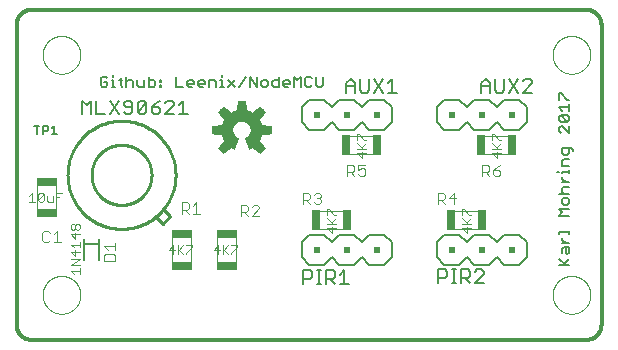
<source format=gto>
G75*
%MOIN*%
%OFA0B0*%
%FSLAX25Y25*%
%IPPOS*%
%LPD*%
%AMOC8*
5,1,8,0,0,1.08239X$1,22.5*
%
%ADD10C,0.00500*%
%ADD11C,0.00800*%
%ADD12C,0.01200*%
%ADD13C,0.00600*%
%ADD14C,0.00300*%
%ADD15R,0.02000X0.02000*%
%ADD16C,0.00400*%
%ADD17R,0.06693X0.02953*%
%ADD18R,0.02953X0.06693*%
%ADD19C,0.00000*%
%ADD20C,0.01000*%
D10*
X0123050Y0036365D02*
X0123050Y0040869D01*
X0125302Y0040869D01*
X0126053Y0040118D01*
X0126053Y0038617D01*
X0125302Y0037866D01*
X0123050Y0037866D01*
X0127654Y0036365D02*
X0129155Y0036365D01*
X0128405Y0036365D02*
X0128405Y0040869D01*
X0129155Y0040869D02*
X0127654Y0040869D01*
X0130723Y0040869D02*
X0132975Y0040869D01*
X0133726Y0040118D01*
X0133726Y0038617D01*
X0132975Y0037866D01*
X0130723Y0037866D01*
X0132224Y0037866D02*
X0133726Y0036365D01*
X0135327Y0036365D02*
X0138330Y0036365D01*
X0136828Y0036365D02*
X0136828Y0040869D01*
X0135327Y0039368D01*
X0130723Y0040869D02*
X0130723Y0036365D01*
X0168050Y0036550D02*
X0168050Y0041054D01*
X0170302Y0041054D01*
X0171053Y0040303D01*
X0171053Y0038802D01*
X0170302Y0038051D01*
X0168050Y0038051D01*
X0172654Y0036550D02*
X0174155Y0036550D01*
X0173405Y0036550D02*
X0173405Y0041054D01*
X0174155Y0041054D02*
X0172654Y0041054D01*
X0175723Y0041054D02*
X0177975Y0041054D01*
X0178726Y0040303D01*
X0178726Y0038802D01*
X0177975Y0038051D01*
X0175723Y0038051D01*
X0175723Y0036550D02*
X0175723Y0041054D01*
X0177224Y0038051D02*
X0178726Y0036550D01*
X0180327Y0036550D02*
X0183330Y0039553D01*
X0183330Y0040303D01*
X0182579Y0041054D01*
X0181078Y0041054D01*
X0180327Y0040303D01*
X0180327Y0036550D02*
X0183330Y0036550D01*
X0182550Y0100050D02*
X0182550Y0103053D01*
X0184051Y0104554D01*
X0185553Y0103053D01*
X0185553Y0100050D01*
X0187154Y0100801D02*
X0187905Y0100050D01*
X0189406Y0100050D01*
X0190156Y0100801D01*
X0190156Y0104554D01*
X0191758Y0104554D02*
X0194760Y0100050D01*
X0196362Y0100050D02*
X0199364Y0103053D01*
X0199364Y0103803D01*
X0198614Y0104554D01*
X0197112Y0104554D01*
X0196362Y0103803D01*
X0194760Y0104554D02*
X0191758Y0100050D01*
X0196362Y0100050D02*
X0199364Y0100050D01*
X0187154Y0100801D02*
X0187154Y0104554D01*
X0185553Y0102302D02*
X0182550Y0102302D01*
X0154364Y0100050D02*
X0151362Y0100050D01*
X0152863Y0100050D02*
X0152863Y0104554D01*
X0151362Y0103053D01*
X0149760Y0104554D02*
X0146758Y0100050D01*
X0145156Y0100801D02*
X0145156Y0104554D01*
X0146758Y0104554D02*
X0149760Y0100050D01*
X0145156Y0100801D02*
X0144406Y0100050D01*
X0142905Y0100050D01*
X0142154Y0100801D01*
X0142154Y0104554D01*
X0140553Y0103053D02*
X0140553Y0100050D01*
X0140553Y0102302D02*
X0137550Y0102302D01*
X0137550Y0103053D02*
X0137550Y0100050D01*
X0137550Y0103053D02*
X0139051Y0104554D01*
X0140553Y0103053D01*
X0041125Y0086250D02*
X0039323Y0086250D01*
X0040224Y0086250D02*
X0040224Y0088952D01*
X0039323Y0088052D01*
X0038178Y0088502D02*
X0038178Y0087601D01*
X0037728Y0087151D01*
X0036377Y0087151D01*
X0036377Y0086250D02*
X0036377Y0088952D01*
X0037728Y0088952D01*
X0038178Y0088502D01*
X0035232Y0088952D02*
X0033430Y0088952D01*
X0034331Y0088952D02*
X0034331Y0086250D01*
D11*
X0049584Y0093000D02*
X0049584Y0097204D01*
X0050985Y0095802D01*
X0052387Y0097204D01*
X0052387Y0093000D01*
X0054188Y0093000D02*
X0056991Y0093000D01*
X0058792Y0093000D02*
X0061595Y0097204D01*
X0063396Y0096503D02*
X0063396Y0095802D01*
X0064097Y0095102D01*
X0066198Y0095102D01*
X0066198Y0093701D02*
X0066198Y0096503D01*
X0065498Y0097204D01*
X0064097Y0097204D01*
X0063396Y0096503D01*
X0063396Y0093701D02*
X0064097Y0093000D01*
X0065498Y0093000D01*
X0066198Y0093701D01*
X0068000Y0093701D02*
X0070802Y0096503D01*
X0070802Y0093701D01*
X0070102Y0093000D01*
X0068701Y0093000D01*
X0068000Y0093701D01*
X0068000Y0096503D01*
X0068701Y0097204D01*
X0070102Y0097204D01*
X0070802Y0096503D01*
X0072604Y0095102D02*
X0074706Y0095102D01*
X0075406Y0094401D01*
X0075406Y0093701D01*
X0074706Y0093000D01*
X0073304Y0093000D01*
X0072604Y0093701D01*
X0072604Y0095102D01*
X0074005Y0096503D01*
X0075406Y0097204D01*
X0077208Y0096503D02*
X0077908Y0097204D01*
X0079310Y0097204D01*
X0080010Y0096503D01*
X0080010Y0095802D01*
X0077208Y0093000D01*
X0080010Y0093000D01*
X0081812Y0093000D02*
X0084614Y0093000D01*
X0083213Y0093000D02*
X0083213Y0097204D01*
X0081812Y0095802D01*
X0061595Y0093000D02*
X0058792Y0097204D01*
X0054188Y0097204D02*
X0054188Y0093000D01*
X0122600Y0095100D02*
X0122600Y0090100D01*
X0125100Y0087600D01*
X0130100Y0087600D01*
X0132600Y0090100D01*
X0135100Y0087600D01*
X0140100Y0087600D01*
X0142600Y0090100D01*
X0145100Y0087600D01*
X0150100Y0087600D01*
X0152600Y0090100D01*
X0152600Y0095100D01*
X0150100Y0097600D01*
X0145100Y0097600D01*
X0142600Y0095100D01*
X0140100Y0097600D01*
X0135100Y0097600D01*
X0132600Y0095100D01*
X0130100Y0097600D01*
X0125100Y0097600D01*
X0122600Y0095100D01*
X0167600Y0095100D02*
X0167600Y0090100D01*
X0170100Y0087600D01*
X0175100Y0087600D01*
X0177600Y0090100D01*
X0180100Y0087600D01*
X0185100Y0087600D01*
X0187600Y0090100D01*
X0190100Y0087600D01*
X0195100Y0087600D01*
X0197600Y0090100D01*
X0197600Y0095100D01*
X0195100Y0097600D01*
X0190100Y0097600D01*
X0187600Y0095100D01*
X0185100Y0097600D01*
X0180100Y0097600D01*
X0177600Y0095100D01*
X0175100Y0097600D01*
X0170100Y0097600D01*
X0167600Y0095100D01*
X0170100Y0052600D02*
X0167600Y0050100D01*
X0167600Y0045100D01*
X0170100Y0042600D01*
X0175100Y0042600D01*
X0177600Y0045100D01*
X0180100Y0042600D01*
X0185100Y0042600D01*
X0187600Y0045100D01*
X0190100Y0042600D01*
X0195100Y0042600D01*
X0197600Y0045100D01*
X0197600Y0050100D01*
X0195100Y0052600D01*
X0190100Y0052600D01*
X0187600Y0050100D01*
X0185100Y0052600D01*
X0180100Y0052600D01*
X0177600Y0050100D01*
X0175100Y0052600D01*
X0170100Y0052600D01*
X0152600Y0050100D02*
X0152600Y0045100D01*
X0150100Y0042600D01*
X0145100Y0042600D01*
X0142600Y0045100D01*
X0140100Y0042600D01*
X0135100Y0042600D01*
X0132600Y0045100D01*
X0130100Y0042600D01*
X0125100Y0042600D01*
X0122600Y0045100D01*
X0122600Y0050100D01*
X0125100Y0052600D01*
X0130100Y0052600D01*
X0132600Y0050100D01*
X0135100Y0052600D01*
X0140100Y0052600D01*
X0142600Y0050100D01*
X0145100Y0052600D01*
X0150100Y0052600D01*
X0152600Y0050100D01*
X0055159Y0049569D02*
X0055159Y0044057D01*
X0050041Y0044057D02*
X0050041Y0049569D01*
X0055159Y0049569D01*
X0055159Y0051143D01*
X0050041Y0051143D02*
X0050041Y0049569D01*
D12*
X0032600Y0017600D02*
X0217600Y0017600D01*
X0217740Y0017602D01*
X0217880Y0017608D01*
X0218020Y0017618D01*
X0218160Y0017631D01*
X0218299Y0017649D01*
X0218438Y0017671D01*
X0218575Y0017696D01*
X0218713Y0017725D01*
X0218849Y0017758D01*
X0218984Y0017795D01*
X0219118Y0017836D01*
X0219251Y0017881D01*
X0219383Y0017929D01*
X0219513Y0017981D01*
X0219642Y0018036D01*
X0219769Y0018095D01*
X0219895Y0018158D01*
X0220019Y0018224D01*
X0220140Y0018293D01*
X0220260Y0018366D01*
X0220378Y0018443D01*
X0220493Y0018522D01*
X0220607Y0018605D01*
X0220717Y0018691D01*
X0220826Y0018780D01*
X0220932Y0018872D01*
X0221035Y0018967D01*
X0221136Y0019064D01*
X0221233Y0019165D01*
X0221328Y0019268D01*
X0221420Y0019374D01*
X0221509Y0019483D01*
X0221595Y0019593D01*
X0221678Y0019707D01*
X0221757Y0019822D01*
X0221834Y0019940D01*
X0221907Y0020060D01*
X0221976Y0020181D01*
X0222042Y0020305D01*
X0222105Y0020431D01*
X0222164Y0020558D01*
X0222219Y0020687D01*
X0222271Y0020817D01*
X0222319Y0020949D01*
X0222364Y0021082D01*
X0222405Y0021216D01*
X0222442Y0021351D01*
X0222475Y0021487D01*
X0222504Y0021625D01*
X0222529Y0021762D01*
X0222551Y0021901D01*
X0222569Y0022040D01*
X0222582Y0022180D01*
X0222592Y0022320D01*
X0222598Y0022460D01*
X0222600Y0022600D01*
X0222600Y0122600D01*
X0222598Y0122740D01*
X0222592Y0122880D01*
X0222582Y0123020D01*
X0222569Y0123160D01*
X0222551Y0123299D01*
X0222529Y0123438D01*
X0222504Y0123575D01*
X0222475Y0123713D01*
X0222442Y0123849D01*
X0222405Y0123984D01*
X0222364Y0124118D01*
X0222319Y0124251D01*
X0222271Y0124383D01*
X0222219Y0124513D01*
X0222164Y0124642D01*
X0222105Y0124769D01*
X0222042Y0124895D01*
X0221976Y0125019D01*
X0221907Y0125140D01*
X0221834Y0125260D01*
X0221757Y0125378D01*
X0221678Y0125493D01*
X0221595Y0125607D01*
X0221509Y0125717D01*
X0221420Y0125826D01*
X0221328Y0125932D01*
X0221233Y0126035D01*
X0221136Y0126136D01*
X0221035Y0126233D01*
X0220932Y0126328D01*
X0220826Y0126420D01*
X0220717Y0126509D01*
X0220607Y0126595D01*
X0220493Y0126678D01*
X0220378Y0126757D01*
X0220260Y0126834D01*
X0220140Y0126907D01*
X0220019Y0126976D01*
X0219895Y0127042D01*
X0219769Y0127105D01*
X0219642Y0127164D01*
X0219513Y0127219D01*
X0219383Y0127271D01*
X0219251Y0127319D01*
X0219118Y0127364D01*
X0218984Y0127405D01*
X0218849Y0127442D01*
X0218713Y0127475D01*
X0218575Y0127504D01*
X0218438Y0127529D01*
X0218299Y0127551D01*
X0218160Y0127569D01*
X0218020Y0127582D01*
X0217880Y0127592D01*
X0217740Y0127598D01*
X0217600Y0127600D01*
X0032600Y0127600D01*
X0032460Y0127598D01*
X0032320Y0127592D01*
X0032180Y0127582D01*
X0032040Y0127569D01*
X0031901Y0127551D01*
X0031762Y0127529D01*
X0031625Y0127504D01*
X0031487Y0127475D01*
X0031351Y0127442D01*
X0031216Y0127405D01*
X0031082Y0127364D01*
X0030949Y0127319D01*
X0030817Y0127271D01*
X0030687Y0127219D01*
X0030558Y0127164D01*
X0030431Y0127105D01*
X0030305Y0127042D01*
X0030181Y0126976D01*
X0030060Y0126907D01*
X0029940Y0126834D01*
X0029822Y0126757D01*
X0029707Y0126678D01*
X0029593Y0126595D01*
X0029483Y0126509D01*
X0029374Y0126420D01*
X0029268Y0126328D01*
X0029165Y0126233D01*
X0029064Y0126136D01*
X0028967Y0126035D01*
X0028872Y0125932D01*
X0028780Y0125826D01*
X0028691Y0125717D01*
X0028605Y0125607D01*
X0028522Y0125493D01*
X0028443Y0125378D01*
X0028366Y0125260D01*
X0028293Y0125140D01*
X0028224Y0125019D01*
X0028158Y0124895D01*
X0028095Y0124769D01*
X0028036Y0124642D01*
X0027981Y0124513D01*
X0027929Y0124383D01*
X0027881Y0124251D01*
X0027836Y0124118D01*
X0027795Y0123984D01*
X0027758Y0123849D01*
X0027725Y0123713D01*
X0027696Y0123575D01*
X0027671Y0123438D01*
X0027649Y0123299D01*
X0027631Y0123160D01*
X0027618Y0123020D01*
X0027608Y0122880D01*
X0027602Y0122740D01*
X0027600Y0122600D01*
X0027600Y0022600D01*
X0027602Y0022460D01*
X0027608Y0022320D01*
X0027618Y0022180D01*
X0027631Y0022040D01*
X0027649Y0021901D01*
X0027671Y0021762D01*
X0027696Y0021625D01*
X0027725Y0021487D01*
X0027758Y0021351D01*
X0027795Y0021216D01*
X0027836Y0021082D01*
X0027881Y0020949D01*
X0027929Y0020817D01*
X0027981Y0020687D01*
X0028036Y0020558D01*
X0028095Y0020431D01*
X0028158Y0020305D01*
X0028224Y0020181D01*
X0028293Y0020060D01*
X0028366Y0019940D01*
X0028443Y0019822D01*
X0028522Y0019707D01*
X0028605Y0019593D01*
X0028691Y0019483D01*
X0028780Y0019374D01*
X0028872Y0019268D01*
X0028967Y0019165D01*
X0029064Y0019064D01*
X0029165Y0018967D01*
X0029268Y0018872D01*
X0029374Y0018780D01*
X0029483Y0018691D01*
X0029593Y0018605D01*
X0029707Y0018522D01*
X0029822Y0018443D01*
X0029940Y0018366D01*
X0030060Y0018293D01*
X0030181Y0018224D01*
X0030305Y0018158D01*
X0030431Y0018095D01*
X0030558Y0018036D01*
X0030687Y0017981D01*
X0030817Y0017929D01*
X0030949Y0017881D01*
X0031082Y0017836D01*
X0031216Y0017795D01*
X0031351Y0017758D01*
X0031487Y0017725D01*
X0031625Y0017696D01*
X0031762Y0017671D01*
X0031901Y0017649D01*
X0032040Y0017631D01*
X0032180Y0017618D01*
X0032320Y0017608D01*
X0032460Y0017602D01*
X0032600Y0017600D01*
D13*
X0056215Y0101900D02*
X0057349Y0101900D01*
X0057916Y0102467D01*
X0057916Y0103601D01*
X0056782Y0103601D01*
X0055648Y0102467D02*
X0056215Y0101900D01*
X0055648Y0102467D02*
X0055648Y0104736D01*
X0056215Y0105303D01*
X0057349Y0105303D01*
X0057916Y0104736D01*
X0059331Y0104169D02*
X0059898Y0104169D01*
X0059898Y0101900D01*
X0059331Y0101900D02*
X0060465Y0101900D01*
X0062353Y0102467D02*
X0062921Y0101900D01*
X0062353Y0102467D02*
X0062353Y0104736D01*
X0061786Y0104169D02*
X0062921Y0104169D01*
X0064242Y0103601D02*
X0064809Y0104169D01*
X0065943Y0104169D01*
X0066510Y0103601D01*
X0066510Y0101900D01*
X0067925Y0102467D02*
X0068492Y0101900D01*
X0070193Y0101900D01*
X0070193Y0104169D01*
X0071608Y0104169D02*
X0073309Y0104169D01*
X0073877Y0103601D01*
X0073877Y0102467D01*
X0073309Y0101900D01*
X0071608Y0101900D01*
X0071608Y0105303D01*
X0075291Y0104169D02*
X0075291Y0103601D01*
X0075858Y0103601D01*
X0075858Y0104169D01*
X0075291Y0104169D01*
X0075291Y0102467D02*
X0075291Y0101900D01*
X0075858Y0101900D01*
X0075858Y0102467D01*
X0075291Y0102467D01*
X0080816Y0101900D02*
X0080816Y0105303D01*
X0084499Y0103601D02*
X0085066Y0104169D01*
X0086200Y0104169D01*
X0086768Y0103601D01*
X0086768Y0103034D01*
X0084499Y0103034D01*
X0084499Y0102467D02*
X0084499Y0103601D01*
X0084499Y0102467D02*
X0085066Y0101900D01*
X0086200Y0101900D01*
X0088182Y0102467D02*
X0088182Y0103601D01*
X0088749Y0104169D01*
X0089884Y0104169D01*
X0090451Y0103601D01*
X0090451Y0103034D01*
X0088182Y0103034D01*
X0088182Y0102467D02*
X0088749Y0101900D01*
X0089884Y0101900D01*
X0091865Y0101900D02*
X0091865Y0104169D01*
X0093567Y0104169D01*
X0094134Y0103601D01*
X0094134Y0101900D01*
X0095548Y0101900D02*
X0096683Y0101900D01*
X0096116Y0101900D02*
X0096116Y0104169D01*
X0095548Y0104169D01*
X0096116Y0105303D02*
X0096116Y0105870D01*
X0098004Y0104169D02*
X0100272Y0101900D01*
X0101687Y0101900D02*
X0103956Y0105303D01*
X0105370Y0105303D02*
X0107639Y0101900D01*
X0107639Y0105303D01*
X0109053Y0103601D02*
X0109620Y0104169D01*
X0110755Y0104169D01*
X0111322Y0103601D01*
X0111322Y0102467D01*
X0110755Y0101900D01*
X0109620Y0101900D01*
X0109053Y0102467D01*
X0109053Y0103601D01*
X0112736Y0103601D02*
X0113304Y0104169D01*
X0115005Y0104169D01*
X0115005Y0105303D02*
X0115005Y0101900D01*
X0113304Y0101900D01*
X0112736Y0102467D01*
X0112736Y0103601D01*
X0116420Y0103601D02*
X0116987Y0104169D01*
X0118121Y0104169D01*
X0118688Y0103601D01*
X0118688Y0103034D01*
X0116420Y0103034D01*
X0116420Y0102467D02*
X0116420Y0103601D01*
X0116420Y0102467D02*
X0116987Y0101900D01*
X0118121Y0101900D01*
X0120103Y0101900D02*
X0120103Y0105303D01*
X0121237Y0104169D01*
X0122371Y0105303D01*
X0122371Y0101900D01*
X0123786Y0102467D02*
X0124353Y0101900D01*
X0125487Y0101900D01*
X0126055Y0102467D01*
X0127469Y0102467D02*
X0128036Y0101900D01*
X0129170Y0101900D01*
X0129738Y0102467D01*
X0129738Y0105303D01*
X0127469Y0105303D02*
X0127469Y0102467D01*
X0126055Y0104736D02*
X0125487Y0105303D01*
X0124353Y0105303D01*
X0123786Y0104736D01*
X0123786Y0102467D01*
X0105370Y0101900D02*
X0105370Y0105303D01*
X0100272Y0104169D02*
X0098004Y0101900D01*
X0083084Y0101900D02*
X0080816Y0101900D01*
X0067925Y0102467D02*
X0067925Y0104169D01*
X0064242Y0105303D02*
X0064242Y0101900D01*
X0059898Y0105303D02*
X0059898Y0105870D01*
X0208397Y0099951D02*
X0208397Y0097682D01*
X0208397Y0099951D02*
X0208964Y0099951D01*
X0211233Y0097682D01*
X0211800Y0097682D01*
X0211800Y0096267D02*
X0211800Y0093999D01*
X0211800Y0095133D02*
X0208397Y0095133D01*
X0209531Y0093999D01*
X0208964Y0092584D02*
X0211233Y0090316D01*
X0211800Y0090883D01*
X0211800Y0092017D01*
X0211233Y0092584D01*
X0208964Y0092584D01*
X0208397Y0092017D01*
X0208397Y0090883D01*
X0208964Y0090316D01*
X0211233Y0090316D01*
X0211800Y0088901D02*
X0211800Y0086633D01*
X0209531Y0088901D01*
X0208964Y0088901D01*
X0208397Y0088334D01*
X0208397Y0087200D01*
X0208964Y0086633D01*
X0209531Y0081535D02*
X0209531Y0079833D01*
X0210099Y0079266D01*
X0211233Y0079266D01*
X0211800Y0079833D01*
X0211800Y0081535D01*
X0212367Y0081535D02*
X0209531Y0081535D01*
X0212367Y0081535D02*
X0212934Y0080968D01*
X0212934Y0080401D01*
X0211800Y0077852D02*
X0210099Y0077852D01*
X0209531Y0077285D01*
X0209531Y0075583D01*
X0211800Y0075583D01*
X0211800Y0074262D02*
X0211800Y0073128D01*
X0211800Y0073695D02*
X0209531Y0073695D01*
X0209531Y0073128D01*
X0208397Y0073695D02*
X0207830Y0073695D01*
X0209531Y0071760D02*
X0209531Y0071193D01*
X0210666Y0070058D01*
X0211800Y0070058D02*
X0209531Y0070058D01*
X0210099Y0068644D02*
X0211800Y0068644D01*
X0210099Y0068644D02*
X0209531Y0068077D01*
X0209531Y0066942D01*
X0210099Y0066375D01*
X0210099Y0064961D02*
X0209531Y0064394D01*
X0209531Y0063259D01*
X0210099Y0062692D01*
X0211233Y0062692D01*
X0211800Y0063259D01*
X0211800Y0064394D01*
X0211233Y0064961D01*
X0210099Y0064961D01*
X0211800Y0066375D02*
X0208397Y0066375D01*
X0208397Y0061278D02*
X0211800Y0061278D01*
X0211800Y0059009D02*
X0208397Y0059009D01*
X0209531Y0060143D01*
X0208397Y0061278D01*
X0208397Y0053438D02*
X0211800Y0053438D01*
X0211800Y0054005D02*
X0211800Y0052870D01*
X0209531Y0051503D02*
X0209531Y0050935D01*
X0210666Y0049801D01*
X0211800Y0049801D02*
X0209531Y0049801D01*
X0210099Y0048387D02*
X0211800Y0048387D01*
X0211800Y0046685D01*
X0211233Y0046118D01*
X0210666Y0046685D01*
X0210666Y0048387D01*
X0210099Y0048387D02*
X0209531Y0047819D01*
X0209531Y0046685D01*
X0208397Y0044703D02*
X0210666Y0042435D01*
X0210099Y0043002D02*
X0211800Y0044703D01*
X0211800Y0042435D02*
X0208397Y0042435D01*
X0208397Y0052870D02*
X0208397Y0053438D01*
D14*
X0179050Y0054781D02*
X0176148Y0054781D01*
X0177599Y0053330D01*
X0177599Y0055265D01*
X0178083Y0056277D02*
X0176148Y0058212D01*
X0176148Y0059223D02*
X0176148Y0061158D01*
X0176631Y0061158D01*
X0178566Y0059223D01*
X0179050Y0059223D01*
X0179050Y0058212D02*
X0177599Y0056760D01*
X0176148Y0056277D02*
X0179050Y0056277D01*
X0173533Y0062876D02*
X0173533Y0066579D01*
X0171681Y0064728D01*
X0174150Y0064728D01*
X0170467Y0064728D02*
X0169850Y0064110D01*
X0167998Y0064110D01*
X0167998Y0062876D02*
X0167998Y0066579D01*
X0169850Y0066579D01*
X0170467Y0065962D01*
X0170467Y0064728D01*
X0169232Y0064110D02*
X0170467Y0062876D01*
X0182750Y0072250D02*
X0182750Y0075953D01*
X0184602Y0075953D01*
X0185219Y0075336D01*
X0185219Y0074102D01*
X0184602Y0073484D01*
X0182750Y0073484D01*
X0183984Y0073484D02*
X0185219Y0072250D01*
X0186433Y0072867D02*
X0186433Y0074102D01*
X0188285Y0074102D01*
X0188902Y0073484D01*
X0188902Y0072867D01*
X0188285Y0072250D01*
X0187050Y0072250D01*
X0186433Y0072867D01*
X0186433Y0074102D02*
X0187668Y0075336D01*
X0188902Y0075953D01*
X0187599Y0078330D02*
X0187599Y0080265D01*
X0188083Y0081277D02*
X0186148Y0083212D01*
X0186148Y0084223D02*
X0186148Y0086158D01*
X0186631Y0086158D01*
X0188566Y0084223D01*
X0189050Y0084223D01*
X0189050Y0083212D02*
X0187599Y0081760D01*
X0186148Y0081277D02*
X0189050Y0081277D01*
X0189050Y0079781D02*
X0186148Y0079781D01*
X0187599Y0078330D01*
X0144050Y0079781D02*
X0141148Y0079781D01*
X0142599Y0078330D01*
X0142599Y0080265D01*
X0143083Y0081277D02*
X0141148Y0083212D01*
X0141148Y0084223D02*
X0141148Y0086158D01*
X0141631Y0086158D01*
X0143566Y0084223D01*
X0144050Y0084223D01*
X0144050Y0083212D02*
X0142599Y0081760D01*
X0141148Y0081277D02*
X0144050Y0081277D01*
X0143902Y0075953D02*
X0141433Y0075953D01*
X0141433Y0074102D01*
X0142668Y0074719D01*
X0143285Y0074719D01*
X0143902Y0074102D01*
X0143902Y0072867D01*
X0143285Y0072250D01*
X0142050Y0072250D01*
X0141433Y0072867D01*
X0140219Y0072250D02*
X0138984Y0073484D01*
X0139602Y0073484D02*
X0137750Y0073484D01*
X0137750Y0072250D02*
X0137750Y0075953D01*
X0139602Y0075953D01*
X0140219Y0075336D01*
X0140219Y0074102D01*
X0139602Y0073484D01*
X0129150Y0065962D02*
X0129150Y0065345D01*
X0128533Y0064728D01*
X0129150Y0064110D01*
X0129150Y0063493D01*
X0128533Y0062876D01*
X0127298Y0062876D01*
X0126681Y0063493D01*
X0125467Y0062876D02*
X0124232Y0064110D01*
X0124850Y0064110D02*
X0122998Y0064110D01*
X0122998Y0062876D02*
X0122998Y0066579D01*
X0124850Y0066579D01*
X0125467Y0065962D01*
X0125467Y0064728D01*
X0124850Y0064110D01*
X0126681Y0065962D02*
X0127298Y0066579D01*
X0128533Y0066579D01*
X0129150Y0065962D01*
X0128533Y0064728D02*
X0127916Y0064728D01*
X0131148Y0061158D02*
X0131631Y0061158D01*
X0133566Y0059223D01*
X0134050Y0059223D01*
X0134050Y0058212D02*
X0132599Y0056760D01*
X0133083Y0056277D02*
X0131148Y0058212D01*
X0131148Y0059223D02*
X0131148Y0061158D01*
X0131148Y0056277D02*
X0134050Y0056277D01*
X0134050Y0054781D02*
X0131148Y0054781D01*
X0132599Y0053330D01*
X0132599Y0055265D01*
X0108508Y0058943D02*
X0106039Y0058943D01*
X0108508Y0061412D01*
X0108508Y0062029D01*
X0107891Y0062646D01*
X0106657Y0062646D01*
X0106039Y0062029D01*
X0104825Y0062029D02*
X0104825Y0060794D01*
X0104208Y0060177D01*
X0102356Y0060177D01*
X0102356Y0058943D02*
X0102356Y0062646D01*
X0104208Y0062646D01*
X0104825Y0062029D01*
X0103591Y0060177D02*
X0104825Y0058943D01*
X0088823Y0059691D02*
X0086354Y0059691D01*
X0085140Y0059691D02*
X0083906Y0060925D01*
X0084523Y0060925D02*
X0082671Y0060925D01*
X0082671Y0059691D02*
X0082671Y0063394D01*
X0084523Y0063394D01*
X0085140Y0062777D01*
X0085140Y0061543D01*
X0084523Y0060925D01*
X0086354Y0062160D02*
X0087589Y0063394D01*
X0087589Y0059691D01*
X0086158Y0049052D02*
X0084223Y0049052D01*
X0083212Y0049052D02*
X0081277Y0047117D01*
X0081760Y0047601D02*
X0083212Y0046150D01*
X0084223Y0046150D02*
X0084223Y0046634D01*
X0086158Y0048569D01*
X0086158Y0049052D01*
X0081277Y0049052D02*
X0081277Y0046150D01*
X0079781Y0046150D02*
X0079781Y0049052D01*
X0078330Y0047601D01*
X0080265Y0047601D01*
X0093330Y0047601D02*
X0095265Y0047601D01*
X0096277Y0047117D02*
X0098212Y0049052D01*
X0099223Y0049052D02*
X0101158Y0049052D01*
X0101158Y0048569D01*
X0099223Y0046634D01*
X0099223Y0046150D01*
X0098212Y0046150D02*
X0096760Y0047601D01*
X0096277Y0049052D02*
X0096277Y0046150D01*
X0094781Y0046150D02*
X0094781Y0049052D01*
X0093330Y0047601D01*
X0060450Y0047567D02*
X0060450Y0050036D01*
X0060450Y0048801D02*
X0056747Y0048801D01*
X0057981Y0047567D01*
X0057364Y0046352D02*
X0056747Y0045735D01*
X0056747Y0043884D01*
X0060450Y0043884D01*
X0060450Y0045735D01*
X0059833Y0046352D01*
X0057364Y0046352D01*
X0048650Y0046915D02*
X0045748Y0046915D01*
X0047199Y0045464D01*
X0047199Y0047399D01*
X0046715Y0048410D02*
X0045748Y0049378D01*
X0048650Y0049378D01*
X0048650Y0050345D02*
X0048650Y0048410D01*
X0047199Y0051357D02*
X0047199Y0053292D01*
X0047683Y0054303D02*
X0047199Y0054787D01*
X0047199Y0055755D01*
X0047683Y0056238D01*
X0048166Y0056238D01*
X0048650Y0055755D01*
X0048650Y0054787D01*
X0048166Y0054303D01*
X0047683Y0054303D01*
X0047199Y0054787D02*
X0046715Y0054303D01*
X0046231Y0054303D01*
X0045748Y0054787D01*
X0045748Y0055755D01*
X0046231Y0056238D01*
X0046715Y0056238D01*
X0047199Y0055755D01*
X0048650Y0052808D02*
X0045748Y0052808D01*
X0047199Y0051357D01*
X0042402Y0050250D02*
X0039933Y0050250D01*
X0041168Y0050250D02*
X0041168Y0053953D01*
X0039933Y0052719D01*
X0038719Y0053336D02*
X0038102Y0053953D01*
X0036867Y0053953D01*
X0036250Y0053336D01*
X0036250Y0050867D01*
X0036867Y0050250D01*
X0038102Y0050250D01*
X0038719Y0050867D01*
X0045748Y0044452D02*
X0048650Y0044452D01*
X0045748Y0042517D01*
X0048650Y0042517D01*
X0048650Y0041506D02*
X0048650Y0039571D01*
X0048650Y0040538D02*
X0045748Y0040538D01*
X0046715Y0039571D01*
X0040697Y0063650D02*
X0040697Y0066552D01*
X0042631Y0066552D01*
X0041664Y0065101D02*
X0040697Y0065101D01*
X0039685Y0065585D02*
X0039685Y0063650D01*
X0038234Y0063650D01*
X0037750Y0064134D01*
X0037750Y0065585D01*
X0036738Y0066069D02*
X0034803Y0064134D01*
X0035287Y0063650D01*
X0036255Y0063650D01*
X0036738Y0064134D01*
X0036738Y0066069D01*
X0036255Y0066552D01*
X0035287Y0066552D01*
X0034803Y0066069D01*
X0034803Y0064134D01*
X0033792Y0063650D02*
X0031857Y0063650D01*
X0032824Y0063650D02*
X0032824Y0066552D01*
X0031857Y0065585D01*
X0092831Y0086400D02*
X0096007Y0086078D01*
X0096348Y0085011D01*
X0096861Y0084014D01*
X0094844Y0081540D01*
X0096540Y0079844D01*
X0099014Y0081861D01*
X0100010Y0081348D01*
X0101423Y0084758D01*
X0100891Y0085042D01*
X0100425Y0085425D01*
X0100042Y0085891D01*
X0099758Y0086423D01*
X0099583Y0087000D01*
X0099524Y0087600D01*
X0099589Y0088228D01*
X0099781Y0088830D01*
X0100091Y0089380D01*
X0100508Y0089855D01*
X0101012Y0090235D01*
X0101584Y0090503D01*
X0102198Y0090650D01*
X0102830Y0090667D01*
X0103451Y0090556D01*
X0104037Y0090320D01*
X0104562Y0089969D01*
X0105005Y0089518D01*
X0105346Y0088986D01*
X0105571Y0088396D01*
X0105671Y0087773D01*
X0105642Y0087142D01*
X0105484Y0086530D01*
X0105204Y0085964D01*
X0104815Y0085466D01*
X0104333Y0085059D01*
X0103777Y0084758D01*
X0105190Y0081348D01*
X0106186Y0081861D01*
X0108660Y0079844D01*
X0110356Y0081540D01*
X0108339Y0084014D01*
X0108852Y0085011D01*
X0109193Y0086078D01*
X0112369Y0086400D01*
X0112369Y0088800D01*
X0109193Y0089122D01*
X0108852Y0090189D01*
X0108339Y0091186D01*
X0110356Y0093660D01*
X0108660Y0095356D01*
X0106186Y0093339D01*
X0105189Y0093852D01*
X0104122Y0094193D01*
X0103800Y0097369D01*
X0101400Y0097369D01*
X0101078Y0094193D01*
X0100011Y0093852D01*
X0099014Y0093339D01*
X0096540Y0095356D01*
X0094844Y0093660D01*
X0096861Y0091186D01*
X0096348Y0090189D01*
X0096007Y0089122D01*
X0092831Y0088800D01*
X0092831Y0086400D01*
X0092831Y0086631D02*
X0099695Y0086631D01*
X0099605Y0086929D02*
X0092831Y0086929D01*
X0092831Y0087228D02*
X0099561Y0087228D01*
X0099531Y0087526D02*
X0092831Y0087526D01*
X0092831Y0087825D02*
X0099547Y0087825D01*
X0099578Y0088123D02*
X0092831Y0088123D01*
X0092831Y0088422D02*
X0099651Y0088422D01*
X0099746Y0088720D02*
X0092831Y0088720D01*
X0094991Y0089019D02*
X0099887Y0089019D01*
X0100056Y0089317D02*
X0096069Y0089317D01*
X0096165Y0089616D02*
X0100298Y0089616D01*
X0100587Y0089914D02*
X0096260Y0089914D01*
X0096360Y0090213D02*
X0100984Y0090213D01*
X0101618Y0090511D02*
X0096514Y0090511D01*
X0096668Y0090810D02*
X0108532Y0090810D01*
X0108378Y0091108D02*
X0096822Y0091108D01*
X0096681Y0091407D02*
X0108519Y0091407D01*
X0108762Y0091705D02*
X0096438Y0091705D01*
X0096194Y0092004D02*
X0109006Y0092004D01*
X0109249Y0092303D02*
X0095951Y0092303D01*
X0095707Y0092601D02*
X0109493Y0092601D01*
X0109736Y0092900D02*
X0095464Y0092900D01*
X0095221Y0093198D02*
X0109979Y0093198D01*
X0110223Y0093497D02*
X0106380Y0093497D01*
X0106746Y0093795D02*
X0110221Y0093795D01*
X0109922Y0094094D02*
X0107112Y0094094D01*
X0107478Y0094392D02*
X0109624Y0094392D01*
X0109325Y0094691D02*
X0107844Y0094691D01*
X0108210Y0094989D02*
X0109027Y0094989D01*
X0108728Y0095288D02*
X0108576Y0095288D01*
X0105879Y0093497D02*
X0099321Y0093497D01*
X0098820Y0093497D02*
X0094977Y0093497D01*
X0094979Y0093795D02*
X0098454Y0093795D01*
X0098088Y0094094D02*
X0095278Y0094094D01*
X0095576Y0094392D02*
X0097722Y0094392D01*
X0097356Y0094691D02*
X0095875Y0094691D01*
X0096173Y0094989D02*
X0096990Y0094989D01*
X0096624Y0095288D02*
X0096472Y0095288D01*
X0099901Y0093795D02*
X0105299Y0093795D01*
X0104434Y0094094D02*
X0100766Y0094094D01*
X0101098Y0094392D02*
X0104102Y0094392D01*
X0104072Y0094691D02*
X0101128Y0094691D01*
X0101159Y0094989D02*
X0104041Y0094989D01*
X0104011Y0095288D02*
X0101189Y0095288D01*
X0101219Y0095586D02*
X0103981Y0095586D01*
X0103950Y0095885D02*
X0101250Y0095885D01*
X0101280Y0096183D02*
X0103920Y0096183D01*
X0103890Y0096482D02*
X0101310Y0096482D01*
X0101341Y0096780D02*
X0103859Y0096780D01*
X0103829Y0097079D02*
X0101371Y0097079D01*
X0103561Y0090511D02*
X0108686Y0090511D01*
X0108840Y0090213D02*
X0104197Y0090213D01*
X0104616Y0089914D02*
X0108940Y0089914D01*
X0109035Y0089616D02*
X0104909Y0089616D01*
X0105133Y0089317D02*
X0109131Y0089317D01*
X0110209Y0089019D02*
X0105325Y0089019D01*
X0105447Y0088720D02*
X0112369Y0088720D01*
X0112369Y0088422D02*
X0105561Y0088422D01*
X0105615Y0088123D02*
X0112369Y0088123D01*
X0112369Y0087825D02*
X0105663Y0087825D01*
X0105660Y0087526D02*
X0112369Y0087526D01*
X0112369Y0087228D02*
X0105646Y0087228D01*
X0105587Y0086929D02*
X0112369Y0086929D01*
X0112369Y0086631D02*
X0105510Y0086631D01*
X0105386Y0086332D02*
X0111699Y0086332D01*
X0109179Y0086034D02*
X0105239Y0086034D01*
X0105026Y0085735D02*
X0109084Y0085735D01*
X0108988Y0085437D02*
X0104781Y0085437D01*
X0104427Y0085138D02*
X0108893Y0085138D01*
X0108764Y0084840D02*
X0103928Y0084840D01*
X0103867Y0084541D02*
X0108610Y0084541D01*
X0108456Y0084243D02*
X0103991Y0084243D01*
X0104114Y0083944D02*
X0108396Y0083944D01*
X0108639Y0083646D02*
X0104238Y0083646D01*
X0104362Y0083347D02*
X0108882Y0083347D01*
X0109126Y0083049D02*
X0104485Y0083049D01*
X0104609Y0082750D02*
X0109369Y0082750D01*
X0109613Y0082452D02*
X0104733Y0082452D01*
X0104856Y0082153D02*
X0109856Y0082153D01*
X0110099Y0081855D02*
X0106194Y0081855D01*
X0106173Y0081855D02*
X0104980Y0081855D01*
X0105104Y0081556D02*
X0105593Y0081556D01*
X0106560Y0081556D02*
X0110343Y0081556D01*
X0110073Y0081258D02*
X0106926Y0081258D01*
X0107292Y0080959D02*
X0109775Y0080959D01*
X0109476Y0080661D02*
X0107659Y0080661D01*
X0108025Y0080362D02*
X0109178Y0080362D01*
X0108879Y0080064D02*
X0108391Y0080064D01*
X0100838Y0083347D02*
X0096318Y0083347D01*
X0096561Y0083646D02*
X0100962Y0083646D01*
X0101086Y0083944D02*
X0096804Y0083944D01*
X0096744Y0084243D02*
X0101209Y0084243D01*
X0101333Y0084541D02*
X0096590Y0084541D01*
X0096436Y0084840D02*
X0101270Y0084840D01*
X0100774Y0085138D02*
X0096307Y0085138D01*
X0096212Y0085437D02*
X0100415Y0085437D01*
X0100170Y0085735D02*
X0096116Y0085735D01*
X0096021Y0086034D02*
X0099966Y0086034D01*
X0099807Y0086332D02*
X0093501Y0086332D01*
X0096074Y0083049D02*
X0100715Y0083049D01*
X0100591Y0082750D02*
X0095831Y0082750D01*
X0095587Y0082452D02*
X0100467Y0082452D01*
X0100344Y0082153D02*
X0095344Y0082153D01*
X0095101Y0081855D02*
X0099006Y0081855D01*
X0099027Y0081855D02*
X0100220Y0081855D01*
X0100096Y0081556D02*
X0099607Y0081556D01*
X0098640Y0081556D02*
X0094857Y0081556D01*
X0095127Y0081258D02*
X0098274Y0081258D01*
X0097908Y0080959D02*
X0095425Y0080959D01*
X0095724Y0080661D02*
X0097541Y0080661D01*
X0097175Y0080362D02*
X0096022Y0080362D01*
X0096321Y0080064D02*
X0096809Y0080064D01*
D15*
X0127600Y0092600D03*
X0137600Y0092600D03*
X0147600Y0092600D03*
X0172600Y0092600D03*
X0182600Y0092600D03*
X0192600Y0092600D03*
X0192600Y0047600D03*
X0182600Y0047600D03*
X0172600Y0047600D03*
X0147600Y0047600D03*
X0137600Y0047600D03*
X0127600Y0047600D03*
D16*
X0128801Y0054502D02*
X0136399Y0054502D01*
X0136399Y0060698D02*
X0128801Y0060698D01*
X0100698Y0051399D02*
X0100698Y0043801D01*
X0094502Y0043801D02*
X0094502Y0051399D01*
X0085698Y0051399D02*
X0085698Y0043801D01*
X0079502Y0043801D02*
X0079502Y0051399D01*
X0040698Y0061301D02*
X0040698Y0068899D01*
X0034502Y0068899D02*
X0034502Y0061301D01*
X0138801Y0079502D02*
X0146399Y0079502D01*
X0146399Y0085698D02*
X0138801Y0085698D01*
X0173801Y0060698D02*
X0181399Y0060698D01*
X0181399Y0054502D02*
X0173801Y0054502D01*
X0183801Y0079502D02*
X0191399Y0079502D01*
X0191399Y0085698D02*
X0183801Y0085698D01*
D17*
X0097596Y0052823D03*
X0082596Y0052823D03*
X0082604Y0042377D03*
X0097604Y0042377D03*
X0037604Y0059877D03*
X0037596Y0070323D03*
D18*
X0127377Y0057596D03*
X0137823Y0057604D03*
X0172377Y0057596D03*
X0182823Y0057604D03*
X0182377Y0082596D03*
X0192823Y0082604D03*
X0147823Y0082604D03*
X0137377Y0082596D03*
D19*
X0206301Y0112600D02*
X0206303Y0112758D01*
X0206309Y0112916D01*
X0206319Y0113074D01*
X0206333Y0113232D01*
X0206351Y0113389D01*
X0206372Y0113546D01*
X0206398Y0113702D01*
X0206428Y0113858D01*
X0206461Y0114013D01*
X0206499Y0114166D01*
X0206540Y0114319D01*
X0206585Y0114471D01*
X0206634Y0114622D01*
X0206687Y0114771D01*
X0206743Y0114919D01*
X0206803Y0115065D01*
X0206867Y0115210D01*
X0206935Y0115353D01*
X0207006Y0115495D01*
X0207080Y0115635D01*
X0207158Y0115772D01*
X0207240Y0115908D01*
X0207324Y0116042D01*
X0207413Y0116173D01*
X0207504Y0116302D01*
X0207599Y0116429D01*
X0207696Y0116554D01*
X0207797Y0116676D01*
X0207901Y0116795D01*
X0208008Y0116912D01*
X0208118Y0117026D01*
X0208231Y0117137D01*
X0208346Y0117246D01*
X0208464Y0117351D01*
X0208585Y0117453D01*
X0208708Y0117553D01*
X0208834Y0117649D01*
X0208962Y0117742D01*
X0209092Y0117832D01*
X0209225Y0117918D01*
X0209360Y0118002D01*
X0209496Y0118081D01*
X0209635Y0118158D01*
X0209776Y0118230D01*
X0209918Y0118300D01*
X0210062Y0118365D01*
X0210208Y0118427D01*
X0210355Y0118485D01*
X0210504Y0118540D01*
X0210654Y0118591D01*
X0210805Y0118638D01*
X0210957Y0118681D01*
X0211110Y0118720D01*
X0211265Y0118756D01*
X0211420Y0118787D01*
X0211576Y0118815D01*
X0211732Y0118839D01*
X0211889Y0118859D01*
X0212047Y0118875D01*
X0212204Y0118887D01*
X0212363Y0118895D01*
X0212521Y0118899D01*
X0212679Y0118899D01*
X0212837Y0118895D01*
X0212996Y0118887D01*
X0213153Y0118875D01*
X0213311Y0118859D01*
X0213468Y0118839D01*
X0213624Y0118815D01*
X0213780Y0118787D01*
X0213935Y0118756D01*
X0214090Y0118720D01*
X0214243Y0118681D01*
X0214395Y0118638D01*
X0214546Y0118591D01*
X0214696Y0118540D01*
X0214845Y0118485D01*
X0214992Y0118427D01*
X0215138Y0118365D01*
X0215282Y0118300D01*
X0215424Y0118230D01*
X0215565Y0118158D01*
X0215704Y0118081D01*
X0215840Y0118002D01*
X0215975Y0117918D01*
X0216108Y0117832D01*
X0216238Y0117742D01*
X0216366Y0117649D01*
X0216492Y0117553D01*
X0216615Y0117453D01*
X0216736Y0117351D01*
X0216854Y0117246D01*
X0216969Y0117137D01*
X0217082Y0117026D01*
X0217192Y0116912D01*
X0217299Y0116795D01*
X0217403Y0116676D01*
X0217504Y0116554D01*
X0217601Y0116429D01*
X0217696Y0116302D01*
X0217787Y0116173D01*
X0217876Y0116042D01*
X0217960Y0115908D01*
X0218042Y0115772D01*
X0218120Y0115635D01*
X0218194Y0115495D01*
X0218265Y0115353D01*
X0218333Y0115210D01*
X0218397Y0115065D01*
X0218457Y0114919D01*
X0218513Y0114771D01*
X0218566Y0114622D01*
X0218615Y0114471D01*
X0218660Y0114319D01*
X0218701Y0114166D01*
X0218739Y0114013D01*
X0218772Y0113858D01*
X0218802Y0113702D01*
X0218828Y0113546D01*
X0218849Y0113389D01*
X0218867Y0113232D01*
X0218881Y0113074D01*
X0218891Y0112916D01*
X0218897Y0112758D01*
X0218899Y0112600D01*
X0218897Y0112442D01*
X0218891Y0112284D01*
X0218881Y0112126D01*
X0218867Y0111968D01*
X0218849Y0111811D01*
X0218828Y0111654D01*
X0218802Y0111498D01*
X0218772Y0111342D01*
X0218739Y0111187D01*
X0218701Y0111034D01*
X0218660Y0110881D01*
X0218615Y0110729D01*
X0218566Y0110578D01*
X0218513Y0110429D01*
X0218457Y0110281D01*
X0218397Y0110135D01*
X0218333Y0109990D01*
X0218265Y0109847D01*
X0218194Y0109705D01*
X0218120Y0109565D01*
X0218042Y0109428D01*
X0217960Y0109292D01*
X0217876Y0109158D01*
X0217787Y0109027D01*
X0217696Y0108898D01*
X0217601Y0108771D01*
X0217504Y0108646D01*
X0217403Y0108524D01*
X0217299Y0108405D01*
X0217192Y0108288D01*
X0217082Y0108174D01*
X0216969Y0108063D01*
X0216854Y0107954D01*
X0216736Y0107849D01*
X0216615Y0107747D01*
X0216492Y0107647D01*
X0216366Y0107551D01*
X0216238Y0107458D01*
X0216108Y0107368D01*
X0215975Y0107282D01*
X0215840Y0107198D01*
X0215704Y0107119D01*
X0215565Y0107042D01*
X0215424Y0106970D01*
X0215282Y0106900D01*
X0215138Y0106835D01*
X0214992Y0106773D01*
X0214845Y0106715D01*
X0214696Y0106660D01*
X0214546Y0106609D01*
X0214395Y0106562D01*
X0214243Y0106519D01*
X0214090Y0106480D01*
X0213935Y0106444D01*
X0213780Y0106413D01*
X0213624Y0106385D01*
X0213468Y0106361D01*
X0213311Y0106341D01*
X0213153Y0106325D01*
X0212996Y0106313D01*
X0212837Y0106305D01*
X0212679Y0106301D01*
X0212521Y0106301D01*
X0212363Y0106305D01*
X0212204Y0106313D01*
X0212047Y0106325D01*
X0211889Y0106341D01*
X0211732Y0106361D01*
X0211576Y0106385D01*
X0211420Y0106413D01*
X0211265Y0106444D01*
X0211110Y0106480D01*
X0210957Y0106519D01*
X0210805Y0106562D01*
X0210654Y0106609D01*
X0210504Y0106660D01*
X0210355Y0106715D01*
X0210208Y0106773D01*
X0210062Y0106835D01*
X0209918Y0106900D01*
X0209776Y0106970D01*
X0209635Y0107042D01*
X0209496Y0107119D01*
X0209360Y0107198D01*
X0209225Y0107282D01*
X0209092Y0107368D01*
X0208962Y0107458D01*
X0208834Y0107551D01*
X0208708Y0107647D01*
X0208585Y0107747D01*
X0208464Y0107849D01*
X0208346Y0107954D01*
X0208231Y0108063D01*
X0208118Y0108174D01*
X0208008Y0108288D01*
X0207901Y0108405D01*
X0207797Y0108524D01*
X0207696Y0108646D01*
X0207599Y0108771D01*
X0207504Y0108898D01*
X0207413Y0109027D01*
X0207324Y0109158D01*
X0207240Y0109292D01*
X0207158Y0109428D01*
X0207080Y0109565D01*
X0207006Y0109705D01*
X0206935Y0109847D01*
X0206867Y0109990D01*
X0206803Y0110135D01*
X0206743Y0110281D01*
X0206687Y0110429D01*
X0206634Y0110578D01*
X0206585Y0110729D01*
X0206540Y0110881D01*
X0206499Y0111034D01*
X0206461Y0111187D01*
X0206428Y0111342D01*
X0206398Y0111498D01*
X0206372Y0111654D01*
X0206351Y0111811D01*
X0206333Y0111968D01*
X0206319Y0112126D01*
X0206309Y0112284D01*
X0206303Y0112442D01*
X0206301Y0112600D01*
X0206301Y0032600D02*
X0206303Y0032758D01*
X0206309Y0032916D01*
X0206319Y0033074D01*
X0206333Y0033232D01*
X0206351Y0033389D01*
X0206372Y0033546D01*
X0206398Y0033702D01*
X0206428Y0033858D01*
X0206461Y0034013D01*
X0206499Y0034166D01*
X0206540Y0034319D01*
X0206585Y0034471D01*
X0206634Y0034622D01*
X0206687Y0034771D01*
X0206743Y0034919D01*
X0206803Y0035065D01*
X0206867Y0035210D01*
X0206935Y0035353D01*
X0207006Y0035495D01*
X0207080Y0035635D01*
X0207158Y0035772D01*
X0207240Y0035908D01*
X0207324Y0036042D01*
X0207413Y0036173D01*
X0207504Y0036302D01*
X0207599Y0036429D01*
X0207696Y0036554D01*
X0207797Y0036676D01*
X0207901Y0036795D01*
X0208008Y0036912D01*
X0208118Y0037026D01*
X0208231Y0037137D01*
X0208346Y0037246D01*
X0208464Y0037351D01*
X0208585Y0037453D01*
X0208708Y0037553D01*
X0208834Y0037649D01*
X0208962Y0037742D01*
X0209092Y0037832D01*
X0209225Y0037918D01*
X0209360Y0038002D01*
X0209496Y0038081D01*
X0209635Y0038158D01*
X0209776Y0038230D01*
X0209918Y0038300D01*
X0210062Y0038365D01*
X0210208Y0038427D01*
X0210355Y0038485D01*
X0210504Y0038540D01*
X0210654Y0038591D01*
X0210805Y0038638D01*
X0210957Y0038681D01*
X0211110Y0038720D01*
X0211265Y0038756D01*
X0211420Y0038787D01*
X0211576Y0038815D01*
X0211732Y0038839D01*
X0211889Y0038859D01*
X0212047Y0038875D01*
X0212204Y0038887D01*
X0212363Y0038895D01*
X0212521Y0038899D01*
X0212679Y0038899D01*
X0212837Y0038895D01*
X0212996Y0038887D01*
X0213153Y0038875D01*
X0213311Y0038859D01*
X0213468Y0038839D01*
X0213624Y0038815D01*
X0213780Y0038787D01*
X0213935Y0038756D01*
X0214090Y0038720D01*
X0214243Y0038681D01*
X0214395Y0038638D01*
X0214546Y0038591D01*
X0214696Y0038540D01*
X0214845Y0038485D01*
X0214992Y0038427D01*
X0215138Y0038365D01*
X0215282Y0038300D01*
X0215424Y0038230D01*
X0215565Y0038158D01*
X0215704Y0038081D01*
X0215840Y0038002D01*
X0215975Y0037918D01*
X0216108Y0037832D01*
X0216238Y0037742D01*
X0216366Y0037649D01*
X0216492Y0037553D01*
X0216615Y0037453D01*
X0216736Y0037351D01*
X0216854Y0037246D01*
X0216969Y0037137D01*
X0217082Y0037026D01*
X0217192Y0036912D01*
X0217299Y0036795D01*
X0217403Y0036676D01*
X0217504Y0036554D01*
X0217601Y0036429D01*
X0217696Y0036302D01*
X0217787Y0036173D01*
X0217876Y0036042D01*
X0217960Y0035908D01*
X0218042Y0035772D01*
X0218120Y0035635D01*
X0218194Y0035495D01*
X0218265Y0035353D01*
X0218333Y0035210D01*
X0218397Y0035065D01*
X0218457Y0034919D01*
X0218513Y0034771D01*
X0218566Y0034622D01*
X0218615Y0034471D01*
X0218660Y0034319D01*
X0218701Y0034166D01*
X0218739Y0034013D01*
X0218772Y0033858D01*
X0218802Y0033702D01*
X0218828Y0033546D01*
X0218849Y0033389D01*
X0218867Y0033232D01*
X0218881Y0033074D01*
X0218891Y0032916D01*
X0218897Y0032758D01*
X0218899Y0032600D01*
X0218897Y0032442D01*
X0218891Y0032284D01*
X0218881Y0032126D01*
X0218867Y0031968D01*
X0218849Y0031811D01*
X0218828Y0031654D01*
X0218802Y0031498D01*
X0218772Y0031342D01*
X0218739Y0031187D01*
X0218701Y0031034D01*
X0218660Y0030881D01*
X0218615Y0030729D01*
X0218566Y0030578D01*
X0218513Y0030429D01*
X0218457Y0030281D01*
X0218397Y0030135D01*
X0218333Y0029990D01*
X0218265Y0029847D01*
X0218194Y0029705D01*
X0218120Y0029565D01*
X0218042Y0029428D01*
X0217960Y0029292D01*
X0217876Y0029158D01*
X0217787Y0029027D01*
X0217696Y0028898D01*
X0217601Y0028771D01*
X0217504Y0028646D01*
X0217403Y0028524D01*
X0217299Y0028405D01*
X0217192Y0028288D01*
X0217082Y0028174D01*
X0216969Y0028063D01*
X0216854Y0027954D01*
X0216736Y0027849D01*
X0216615Y0027747D01*
X0216492Y0027647D01*
X0216366Y0027551D01*
X0216238Y0027458D01*
X0216108Y0027368D01*
X0215975Y0027282D01*
X0215840Y0027198D01*
X0215704Y0027119D01*
X0215565Y0027042D01*
X0215424Y0026970D01*
X0215282Y0026900D01*
X0215138Y0026835D01*
X0214992Y0026773D01*
X0214845Y0026715D01*
X0214696Y0026660D01*
X0214546Y0026609D01*
X0214395Y0026562D01*
X0214243Y0026519D01*
X0214090Y0026480D01*
X0213935Y0026444D01*
X0213780Y0026413D01*
X0213624Y0026385D01*
X0213468Y0026361D01*
X0213311Y0026341D01*
X0213153Y0026325D01*
X0212996Y0026313D01*
X0212837Y0026305D01*
X0212679Y0026301D01*
X0212521Y0026301D01*
X0212363Y0026305D01*
X0212204Y0026313D01*
X0212047Y0026325D01*
X0211889Y0026341D01*
X0211732Y0026361D01*
X0211576Y0026385D01*
X0211420Y0026413D01*
X0211265Y0026444D01*
X0211110Y0026480D01*
X0210957Y0026519D01*
X0210805Y0026562D01*
X0210654Y0026609D01*
X0210504Y0026660D01*
X0210355Y0026715D01*
X0210208Y0026773D01*
X0210062Y0026835D01*
X0209918Y0026900D01*
X0209776Y0026970D01*
X0209635Y0027042D01*
X0209496Y0027119D01*
X0209360Y0027198D01*
X0209225Y0027282D01*
X0209092Y0027368D01*
X0208962Y0027458D01*
X0208834Y0027551D01*
X0208708Y0027647D01*
X0208585Y0027747D01*
X0208464Y0027849D01*
X0208346Y0027954D01*
X0208231Y0028063D01*
X0208118Y0028174D01*
X0208008Y0028288D01*
X0207901Y0028405D01*
X0207797Y0028524D01*
X0207696Y0028646D01*
X0207599Y0028771D01*
X0207504Y0028898D01*
X0207413Y0029027D01*
X0207324Y0029158D01*
X0207240Y0029292D01*
X0207158Y0029428D01*
X0207080Y0029565D01*
X0207006Y0029705D01*
X0206935Y0029847D01*
X0206867Y0029990D01*
X0206803Y0030135D01*
X0206743Y0030281D01*
X0206687Y0030429D01*
X0206634Y0030578D01*
X0206585Y0030729D01*
X0206540Y0030881D01*
X0206499Y0031034D01*
X0206461Y0031187D01*
X0206428Y0031342D01*
X0206398Y0031498D01*
X0206372Y0031654D01*
X0206351Y0031811D01*
X0206333Y0031968D01*
X0206319Y0032126D01*
X0206309Y0032284D01*
X0206303Y0032442D01*
X0206301Y0032600D01*
X0036301Y0032600D02*
X0036303Y0032758D01*
X0036309Y0032916D01*
X0036319Y0033074D01*
X0036333Y0033232D01*
X0036351Y0033389D01*
X0036372Y0033546D01*
X0036398Y0033702D01*
X0036428Y0033858D01*
X0036461Y0034013D01*
X0036499Y0034166D01*
X0036540Y0034319D01*
X0036585Y0034471D01*
X0036634Y0034622D01*
X0036687Y0034771D01*
X0036743Y0034919D01*
X0036803Y0035065D01*
X0036867Y0035210D01*
X0036935Y0035353D01*
X0037006Y0035495D01*
X0037080Y0035635D01*
X0037158Y0035772D01*
X0037240Y0035908D01*
X0037324Y0036042D01*
X0037413Y0036173D01*
X0037504Y0036302D01*
X0037599Y0036429D01*
X0037696Y0036554D01*
X0037797Y0036676D01*
X0037901Y0036795D01*
X0038008Y0036912D01*
X0038118Y0037026D01*
X0038231Y0037137D01*
X0038346Y0037246D01*
X0038464Y0037351D01*
X0038585Y0037453D01*
X0038708Y0037553D01*
X0038834Y0037649D01*
X0038962Y0037742D01*
X0039092Y0037832D01*
X0039225Y0037918D01*
X0039360Y0038002D01*
X0039496Y0038081D01*
X0039635Y0038158D01*
X0039776Y0038230D01*
X0039918Y0038300D01*
X0040062Y0038365D01*
X0040208Y0038427D01*
X0040355Y0038485D01*
X0040504Y0038540D01*
X0040654Y0038591D01*
X0040805Y0038638D01*
X0040957Y0038681D01*
X0041110Y0038720D01*
X0041265Y0038756D01*
X0041420Y0038787D01*
X0041576Y0038815D01*
X0041732Y0038839D01*
X0041889Y0038859D01*
X0042047Y0038875D01*
X0042204Y0038887D01*
X0042363Y0038895D01*
X0042521Y0038899D01*
X0042679Y0038899D01*
X0042837Y0038895D01*
X0042996Y0038887D01*
X0043153Y0038875D01*
X0043311Y0038859D01*
X0043468Y0038839D01*
X0043624Y0038815D01*
X0043780Y0038787D01*
X0043935Y0038756D01*
X0044090Y0038720D01*
X0044243Y0038681D01*
X0044395Y0038638D01*
X0044546Y0038591D01*
X0044696Y0038540D01*
X0044845Y0038485D01*
X0044992Y0038427D01*
X0045138Y0038365D01*
X0045282Y0038300D01*
X0045424Y0038230D01*
X0045565Y0038158D01*
X0045704Y0038081D01*
X0045840Y0038002D01*
X0045975Y0037918D01*
X0046108Y0037832D01*
X0046238Y0037742D01*
X0046366Y0037649D01*
X0046492Y0037553D01*
X0046615Y0037453D01*
X0046736Y0037351D01*
X0046854Y0037246D01*
X0046969Y0037137D01*
X0047082Y0037026D01*
X0047192Y0036912D01*
X0047299Y0036795D01*
X0047403Y0036676D01*
X0047504Y0036554D01*
X0047601Y0036429D01*
X0047696Y0036302D01*
X0047787Y0036173D01*
X0047876Y0036042D01*
X0047960Y0035908D01*
X0048042Y0035772D01*
X0048120Y0035635D01*
X0048194Y0035495D01*
X0048265Y0035353D01*
X0048333Y0035210D01*
X0048397Y0035065D01*
X0048457Y0034919D01*
X0048513Y0034771D01*
X0048566Y0034622D01*
X0048615Y0034471D01*
X0048660Y0034319D01*
X0048701Y0034166D01*
X0048739Y0034013D01*
X0048772Y0033858D01*
X0048802Y0033702D01*
X0048828Y0033546D01*
X0048849Y0033389D01*
X0048867Y0033232D01*
X0048881Y0033074D01*
X0048891Y0032916D01*
X0048897Y0032758D01*
X0048899Y0032600D01*
X0048897Y0032442D01*
X0048891Y0032284D01*
X0048881Y0032126D01*
X0048867Y0031968D01*
X0048849Y0031811D01*
X0048828Y0031654D01*
X0048802Y0031498D01*
X0048772Y0031342D01*
X0048739Y0031187D01*
X0048701Y0031034D01*
X0048660Y0030881D01*
X0048615Y0030729D01*
X0048566Y0030578D01*
X0048513Y0030429D01*
X0048457Y0030281D01*
X0048397Y0030135D01*
X0048333Y0029990D01*
X0048265Y0029847D01*
X0048194Y0029705D01*
X0048120Y0029565D01*
X0048042Y0029428D01*
X0047960Y0029292D01*
X0047876Y0029158D01*
X0047787Y0029027D01*
X0047696Y0028898D01*
X0047601Y0028771D01*
X0047504Y0028646D01*
X0047403Y0028524D01*
X0047299Y0028405D01*
X0047192Y0028288D01*
X0047082Y0028174D01*
X0046969Y0028063D01*
X0046854Y0027954D01*
X0046736Y0027849D01*
X0046615Y0027747D01*
X0046492Y0027647D01*
X0046366Y0027551D01*
X0046238Y0027458D01*
X0046108Y0027368D01*
X0045975Y0027282D01*
X0045840Y0027198D01*
X0045704Y0027119D01*
X0045565Y0027042D01*
X0045424Y0026970D01*
X0045282Y0026900D01*
X0045138Y0026835D01*
X0044992Y0026773D01*
X0044845Y0026715D01*
X0044696Y0026660D01*
X0044546Y0026609D01*
X0044395Y0026562D01*
X0044243Y0026519D01*
X0044090Y0026480D01*
X0043935Y0026444D01*
X0043780Y0026413D01*
X0043624Y0026385D01*
X0043468Y0026361D01*
X0043311Y0026341D01*
X0043153Y0026325D01*
X0042996Y0026313D01*
X0042837Y0026305D01*
X0042679Y0026301D01*
X0042521Y0026301D01*
X0042363Y0026305D01*
X0042204Y0026313D01*
X0042047Y0026325D01*
X0041889Y0026341D01*
X0041732Y0026361D01*
X0041576Y0026385D01*
X0041420Y0026413D01*
X0041265Y0026444D01*
X0041110Y0026480D01*
X0040957Y0026519D01*
X0040805Y0026562D01*
X0040654Y0026609D01*
X0040504Y0026660D01*
X0040355Y0026715D01*
X0040208Y0026773D01*
X0040062Y0026835D01*
X0039918Y0026900D01*
X0039776Y0026970D01*
X0039635Y0027042D01*
X0039496Y0027119D01*
X0039360Y0027198D01*
X0039225Y0027282D01*
X0039092Y0027368D01*
X0038962Y0027458D01*
X0038834Y0027551D01*
X0038708Y0027647D01*
X0038585Y0027747D01*
X0038464Y0027849D01*
X0038346Y0027954D01*
X0038231Y0028063D01*
X0038118Y0028174D01*
X0038008Y0028288D01*
X0037901Y0028405D01*
X0037797Y0028524D01*
X0037696Y0028646D01*
X0037599Y0028771D01*
X0037504Y0028898D01*
X0037413Y0029027D01*
X0037324Y0029158D01*
X0037240Y0029292D01*
X0037158Y0029428D01*
X0037080Y0029565D01*
X0037006Y0029705D01*
X0036935Y0029847D01*
X0036867Y0029990D01*
X0036803Y0030135D01*
X0036743Y0030281D01*
X0036687Y0030429D01*
X0036634Y0030578D01*
X0036585Y0030729D01*
X0036540Y0030881D01*
X0036499Y0031034D01*
X0036461Y0031187D01*
X0036428Y0031342D01*
X0036398Y0031498D01*
X0036372Y0031654D01*
X0036351Y0031811D01*
X0036333Y0031968D01*
X0036319Y0032126D01*
X0036309Y0032284D01*
X0036303Y0032442D01*
X0036301Y0032600D01*
X0036301Y0112600D02*
X0036303Y0112758D01*
X0036309Y0112916D01*
X0036319Y0113074D01*
X0036333Y0113232D01*
X0036351Y0113389D01*
X0036372Y0113546D01*
X0036398Y0113702D01*
X0036428Y0113858D01*
X0036461Y0114013D01*
X0036499Y0114166D01*
X0036540Y0114319D01*
X0036585Y0114471D01*
X0036634Y0114622D01*
X0036687Y0114771D01*
X0036743Y0114919D01*
X0036803Y0115065D01*
X0036867Y0115210D01*
X0036935Y0115353D01*
X0037006Y0115495D01*
X0037080Y0115635D01*
X0037158Y0115772D01*
X0037240Y0115908D01*
X0037324Y0116042D01*
X0037413Y0116173D01*
X0037504Y0116302D01*
X0037599Y0116429D01*
X0037696Y0116554D01*
X0037797Y0116676D01*
X0037901Y0116795D01*
X0038008Y0116912D01*
X0038118Y0117026D01*
X0038231Y0117137D01*
X0038346Y0117246D01*
X0038464Y0117351D01*
X0038585Y0117453D01*
X0038708Y0117553D01*
X0038834Y0117649D01*
X0038962Y0117742D01*
X0039092Y0117832D01*
X0039225Y0117918D01*
X0039360Y0118002D01*
X0039496Y0118081D01*
X0039635Y0118158D01*
X0039776Y0118230D01*
X0039918Y0118300D01*
X0040062Y0118365D01*
X0040208Y0118427D01*
X0040355Y0118485D01*
X0040504Y0118540D01*
X0040654Y0118591D01*
X0040805Y0118638D01*
X0040957Y0118681D01*
X0041110Y0118720D01*
X0041265Y0118756D01*
X0041420Y0118787D01*
X0041576Y0118815D01*
X0041732Y0118839D01*
X0041889Y0118859D01*
X0042047Y0118875D01*
X0042204Y0118887D01*
X0042363Y0118895D01*
X0042521Y0118899D01*
X0042679Y0118899D01*
X0042837Y0118895D01*
X0042996Y0118887D01*
X0043153Y0118875D01*
X0043311Y0118859D01*
X0043468Y0118839D01*
X0043624Y0118815D01*
X0043780Y0118787D01*
X0043935Y0118756D01*
X0044090Y0118720D01*
X0044243Y0118681D01*
X0044395Y0118638D01*
X0044546Y0118591D01*
X0044696Y0118540D01*
X0044845Y0118485D01*
X0044992Y0118427D01*
X0045138Y0118365D01*
X0045282Y0118300D01*
X0045424Y0118230D01*
X0045565Y0118158D01*
X0045704Y0118081D01*
X0045840Y0118002D01*
X0045975Y0117918D01*
X0046108Y0117832D01*
X0046238Y0117742D01*
X0046366Y0117649D01*
X0046492Y0117553D01*
X0046615Y0117453D01*
X0046736Y0117351D01*
X0046854Y0117246D01*
X0046969Y0117137D01*
X0047082Y0117026D01*
X0047192Y0116912D01*
X0047299Y0116795D01*
X0047403Y0116676D01*
X0047504Y0116554D01*
X0047601Y0116429D01*
X0047696Y0116302D01*
X0047787Y0116173D01*
X0047876Y0116042D01*
X0047960Y0115908D01*
X0048042Y0115772D01*
X0048120Y0115635D01*
X0048194Y0115495D01*
X0048265Y0115353D01*
X0048333Y0115210D01*
X0048397Y0115065D01*
X0048457Y0114919D01*
X0048513Y0114771D01*
X0048566Y0114622D01*
X0048615Y0114471D01*
X0048660Y0114319D01*
X0048701Y0114166D01*
X0048739Y0114013D01*
X0048772Y0113858D01*
X0048802Y0113702D01*
X0048828Y0113546D01*
X0048849Y0113389D01*
X0048867Y0113232D01*
X0048881Y0113074D01*
X0048891Y0112916D01*
X0048897Y0112758D01*
X0048899Y0112600D01*
X0048897Y0112442D01*
X0048891Y0112284D01*
X0048881Y0112126D01*
X0048867Y0111968D01*
X0048849Y0111811D01*
X0048828Y0111654D01*
X0048802Y0111498D01*
X0048772Y0111342D01*
X0048739Y0111187D01*
X0048701Y0111034D01*
X0048660Y0110881D01*
X0048615Y0110729D01*
X0048566Y0110578D01*
X0048513Y0110429D01*
X0048457Y0110281D01*
X0048397Y0110135D01*
X0048333Y0109990D01*
X0048265Y0109847D01*
X0048194Y0109705D01*
X0048120Y0109565D01*
X0048042Y0109428D01*
X0047960Y0109292D01*
X0047876Y0109158D01*
X0047787Y0109027D01*
X0047696Y0108898D01*
X0047601Y0108771D01*
X0047504Y0108646D01*
X0047403Y0108524D01*
X0047299Y0108405D01*
X0047192Y0108288D01*
X0047082Y0108174D01*
X0046969Y0108063D01*
X0046854Y0107954D01*
X0046736Y0107849D01*
X0046615Y0107747D01*
X0046492Y0107647D01*
X0046366Y0107551D01*
X0046238Y0107458D01*
X0046108Y0107368D01*
X0045975Y0107282D01*
X0045840Y0107198D01*
X0045704Y0107119D01*
X0045565Y0107042D01*
X0045424Y0106970D01*
X0045282Y0106900D01*
X0045138Y0106835D01*
X0044992Y0106773D01*
X0044845Y0106715D01*
X0044696Y0106660D01*
X0044546Y0106609D01*
X0044395Y0106562D01*
X0044243Y0106519D01*
X0044090Y0106480D01*
X0043935Y0106444D01*
X0043780Y0106413D01*
X0043624Y0106385D01*
X0043468Y0106361D01*
X0043311Y0106341D01*
X0043153Y0106325D01*
X0042996Y0106313D01*
X0042837Y0106305D01*
X0042679Y0106301D01*
X0042521Y0106301D01*
X0042363Y0106305D01*
X0042204Y0106313D01*
X0042047Y0106325D01*
X0041889Y0106341D01*
X0041732Y0106361D01*
X0041576Y0106385D01*
X0041420Y0106413D01*
X0041265Y0106444D01*
X0041110Y0106480D01*
X0040957Y0106519D01*
X0040805Y0106562D01*
X0040654Y0106609D01*
X0040504Y0106660D01*
X0040355Y0106715D01*
X0040208Y0106773D01*
X0040062Y0106835D01*
X0039918Y0106900D01*
X0039776Y0106970D01*
X0039635Y0107042D01*
X0039496Y0107119D01*
X0039360Y0107198D01*
X0039225Y0107282D01*
X0039092Y0107368D01*
X0038962Y0107458D01*
X0038834Y0107551D01*
X0038708Y0107647D01*
X0038585Y0107747D01*
X0038464Y0107849D01*
X0038346Y0107954D01*
X0038231Y0108063D01*
X0038118Y0108174D01*
X0038008Y0108288D01*
X0037901Y0108405D01*
X0037797Y0108524D01*
X0037696Y0108646D01*
X0037599Y0108771D01*
X0037504Y0108898D01*
X0037413Y0109027D01*
X0037324Y0109158D01*
X0037240Y0109292D01*
X0037158Y0109428D01*
X0037080Y0109565D01*
X0037006Y0109705D01*
X0036935Y0109847D01*
X0036867Y0109990D01*
X0036803Y0110135D01*
X0036743Y0110281D01*
X0036687Y0110429D01*
X0036634Y0110578D01*
X0036585Y0110729D01*
X0036540Y0110881D01*
X0036499Y0111034D01*
X0036461Y0111187D01*
X0036428Y0111342D01*
X0036398Y0111498D01*
X0036372Y0111654D01*
X0036351Y0111811D01*
X0036333Y0111968D01*
X0036319Y0112126D01*
X0036309Y0112284D01*
X0036303Y0112442D01*
X0036301Y0112600D01*
D20*
X0052600Y0072600D02*
X0052603Y0072845D01*
X0052612Y0073091D01*
X0052627Y0073336D01*
X0052648Y0073580D01*
X0052675Y0073824D01*
X0052708Y0074067D01*
X0052747Y0074310D01*
X0052792Y0074551D01*
X0052843Y0074791D01*
X0052900Y0075030D01*
X0052962Y0075267D01*
X0053031Y0075503D01*
X0053105Y0075737D01*
X0053185Y0075969D01*
X0053270Y0076199D01*
X0053361Y0076427D01*
X0053458Y0076652D01*
X0053560Y0076876D01*
X0053668Y0077096D01*
X0053781Y0077314D01*
X0053899Y0077529D01*
X0054023Y0077741D01*
X0054151Y0077950D01*
X0054285Y0078156D01*
X0054424Y0078358D01*
X0054568Y0078557D01*
X0054717Y0078752D01*
X0054870Y0078944D01*
X0055028Y0079132D01*
X0055190Y0079316D01*
X0055358Y0079495D01*
X0055529Y0079671D01*
X0055705Y0079842D01*
X0055884Y0080010D01*
X0056068Y0080172D01*
X0056256Y0080330D01*
X0056448Y0080483D01*
X0056643Y0080632D01*
X0056842Y0080776D01*
X0057044Y0080915D01*
X0057250Y0081049D01*
X0057459Y0081177D01*
X0057671Y0081301D01*
X0057886Y0081419D01*
X0058104Y0081532D01*
X0058324Y0081640D01*
X0058548Y0081742D01*
X0058773Y0081839D01*
X0059001Y0081930D01*
X0059231Y0082015D01*
X0059463Y0082095D01*
X0059697Y0082169D01*
X0059933Y0082238D01*
X0060170Y0082300D01*
X0060409Y0082357D01*
X0060649Y0082408D01*
X0060890Y0082453D01*
X0061133Y0082492D01*
X0061376Y0082525D01*
X0061620Y0082552D01*
X0061864Y0082573D01*
X0062109Y0082588D01*
X0062355Y0082597D01*
X0062600Y0082600D01*
X0062845Y0082597D01*
X0063091Y0082588D01*
X0063336Y0082573D01*
X0063580Y0082552D01*
X0063824Y0082525D01*
X0064067Y0082492D01*
X0064310Y0082453D01*
X0064551Y0082408D01*
X0064791Y0082357D01*
X0065030Y0082300D01*
X0065267Y0082238D01*
X0065503Y0082169D01*
X0065737Y0082095D01*
X0065969Y0082015D01*
X0066199Y0081930D01*
X0066427Y0081839D01*
X0066652Y0081742D01*
X0066876Y0081640D01*
X0067096Y0081532D01*
X0067314Y0081419D01*
X0067529Y0081301D01*
X0067741Y0081177D01*
X0067950Y0081049D01*
X0068156Y0080915D01*
X0068358Y0080776D01*
X0068557Y0080632D01*
X0068752Y0080483D01*
X0068944Y0080330D01*
X0069132Y0080172D01*
X0069316Y0080010D01*
X0069495Y0079842D01*
X0069671Y0079671D01*
X0069842Y0079495D01*
X0070010Y0079316D01*
X0070172Y0079132D01*
X0070330Y0078944D01*
X0070483Y0078752D01*
X0070632Y0078557D01*
X0070776Y0078358D01*
X0070915Y0078156D01*
X0071049Y0077950D01*
X0071177Y0077741D01*
X0071301Y0077529D01*
X0071419Y0077314D01*
X0071532Y0077096D01*
X0071640Y0076876D01*
X0071742Y0076652D01*
X0071839Y0076427D01*
X0071930Y0076199D01*
X0072015Y0075969D01*
X0072095Y0075737D01*
X0072169Y0075503D01*
X0072238Y0075267D01*
X0072300Y0075030D01*
X0072357Y0074791D01*
X0072408Y0074551D01*
X0072453Y0074310D01*
X0072492Y0074067D01*
X0072525Y0073824D01*
X0072552Y0073580D01*
X0072573Y0073336D01*
X0072588Y0073091D01*
X0072597Y0072845D01*
X0072600Y0072600D01*
X0072597Y0072355D01*
X0072588Y0072109D01*
X0072573Y0071864D01*
X0072552Y0071620D01*
X0072525Y0071376D01*
X0072492Y0071133D01*
X0072453Y0070890D01*
X0072408Y0070649D01*
X0072357Y0070409D01*
X0072300Y0070170D01*
X0072238Y0069933D01*
X0072169Y0069697D01*
X0072095Y0069463D01*
X0072015Y0069231D01*
X0071930Y0069001D01*
X0071839Y0068773D01*
X0071742Y0068548D01*
X0071640Y0068324D01*
X0071532Y0068104D01*
X0071419Y0067886D01*
X0071301Y0067671D01*
X0071177Y0067459D01*
X0071049Y0067250D01*
X0070915Y0067044D01*
X0070776Y0066842D01*
X0070632Y0066643D01*
X0070483Y0066448D01*
X0070330Y0066256D01*
X0070172Y0066068D01*
X0070010Y0065884D01*
X0069842Y0065705D01*
X0069671Y0065529D01*
X0069495Y0065358D01*
X0069316Y0065190D01*
X0069132Y0065028D01*
X0068944Y0064870D01*
X0068752Y0064717D01*
X0068557Y0064568D01*
X0068358Y0064424D01*
X0068156Y0064285D01*
X0067950Y0064151D01*
X0067741Y0064023D01*
X0067529Y0063899D01*
X0067314Y0063781D01*
X0067096Y0063668D01*
X0066876Y0063560D01*
X0066652Y0063458D01*
X0066427Y0063361D01*
X0066199Y0063270D01*
X0065969Y0063185D01*
X0065737Y0063105D01*
X0065503Y0063031D01*
X0065267Y0062962D01*
X0065030Y0062900D01*
X0064791Y0062843D01*
X0064551Y0062792D01*
X0064310Y0062747D01*
X0064067Y0062708D01*
X0063824Y0062675D01*
X0063580Y0062648D01*
X0063336Y0062627D01*
X0063091Y0062612D01*
X0062845Y0062603D01*
X0062600Y0062600D01*
X0062355Y0062603D01*
X0062109Y0062612D01*
X0061864Y0062627D01*
X0061620Y0062648D01*
X0061376Y0062675D01*
X0061133Y0062708D01*
X0060890Y0062747D01*
X0060649Y0062792D01*
X0060409Y0062843D01*
X0060170Y0062900D01*
X0059933Y0062962D01*
X0059697Y0063031D01*
X0059463Y0063105D01*
X0059231Y0063185D01*
X0059001Y0063270D01*
X0058773Y0063361D01*
X0058548Y0063458D01*
X0058324Y0063560D01*
X0058104Y0063668D01*
X0057886Y0063781D01*
X0057671Y0063899D01*
X0057459Y0064023D01*
X0057250Y0064151D01*
X0057044Y0064285D01*
X0056842Y0064424D01*
X0056643Y0064568D01*
X0056448Y0064717D01*
X0056256Y0064870D01*
X0056068Y0065028D01*
X0055884Y0065190D01*
X0055705Y0065358D01*
X0055529Y0065529D01*
X0055358Y0065705D01*
X0055190Y0065884D01*
X0055028Y0066068D01*
X0054870Y0066256D01*
X0054717Y0066448D01*
X0054568Y0066643D01*
X0054424Y0066842D01*
X0054285Y0067044D01*
X0054151Y0067250D01*
X0054023Y0067459D01*
X0053899Y0067671D01*
X0053781Y0067886D01*
X0053668Y0068104D01*
X0053560Y0068324D01*
X0053458Y0068548D01*
X0053361Y0068773D01*
X0053270Y0069001D01*
X0053185Y0069231D01*
X0053105Y0069463D01*
X0053031Y0069697D01*
X0052962Y0069933D01*
X0052900Y0070170D01*
X0052843Y0070409D01*
X0052792Y0070649D01*
X0052747Y0070890D01*
X0052708Y0071133D01*
X0052675Y0071376D01*
X0052648Y0071620D01*
X0052627Y0071864D01*
X0052612Y0072109D01*
X0052603Y0072355D01*
X0052600Y0072600D01*
X0044588Y0072600D02*
X0044593Y0073042D01*
X0044610Y0073484D01*
X0044637Y0073925D01*
X0044675Y0074365D01*
X0044723Y0074805D01*
X0044783Y0075243D01*
X0044853Y0075679D01*
X0044934Y0076114D01*
X0045026Y0076546D01*
X0045128Y0076977D01*
X0045240Y0077404D01*
X0045364Y0077829D01*
X0045497Y0078250D01*
X0045641Y0078668D01*
X0045795Y0079082D01*
X0045959Y0079493D01*
X0046133Y0079899D01*
X0046317Y0080301D01*
X0046511Y0080698D01*
X0046715Y0081091D01*
X0046928Y0081478D01*
X0047151Y0081860D01*
X0047382Y0082236D01*
X0047624Y0082607D01*
X0047874Y0082971D01*
X0048133Y0083330D01*
X0048400Y0083682D01*
X0048677Y0084027D01*
X0048961Y0084365D01*
X0049254Y0084696D01*
X0049555Y0085020D01*
X0049864Y0085336D01*
X0050180Y0085645D01*
X0050504Y0085946D01*
X0050835Y0086239D01*
X0051173Y0086523D01*
X0051518Y0086800D01*
X0051870Y0087067D01*
X0052229Y0087326D01*
X0052593Y0087576D01*
X0052964Y0087818D01*
X0053340Y0088049D01*
X0053722Y0088272D01*
X0054109Y0088485D01*
X0054502Y0088689D01*
X0054899Y0088883D01*
X0055301Y0089067D01*
X0055707Y0089241D01*
X0056118Y0089405D01*
X0056532Y0089559D01*
X0056950Y0089703D01*
X0057371Y0089836D01*
X0057796Y0089960D01*
X0058223Y0090072D01*
X0058654Y0090174D01*
X0059086Y0090266D01*
X0059521Y0090347D01*
X0059957Y0090417D01*
X0060395Y0090477D01*
X0060835Y0090525D01*
X0061275Y0090563D01*
X0061716Y0090590D01*
X0062158Y0090607D01*
X0062600Y0090612D01*
X0063042Y0090607D01*
X0063484Y0090590D01*
X0063925Y0090563D01*
X0064365Y0090525D01*
X0064805Y0090477D01*
X0065243Y0090417D01*
X0065679Y0090347D01*
X0066114Y0090266D01*
X0066546Y0090174D01*
X0066977Y0090072D01*
X0067404Y0089960D01*
X0067829Y0089836D01*
X0068250Y0089703D01*
X0068668Y0089559D01*
X0069082Y0089405D01*
X0069493Y0089241D01*
X0069899Y0089067D01*
X0070301Y0088883D01*
X0070698Y0088689D01*
X0071091Y0088485D01*
X0071478Y0088272D01*
X0071860Y0088049D01*
X0072236Y0087818D01*
X0072607Y0087576D01*
X0072971Y0087326D01*
X0073330Y0087067D01*
X0073682Y0086800D01*
X0074027Y0086523D01*
X0074365Y0086239D01*
X0074696Y0085946D01*
X0075020Y0085645D01*
X0075336Y0085336D01*
X0075645Y0085020D01*
X0075946Y0084696D01*
X0076239Y0084365D01*
X0076523Y0084027D01*
X0076800Y0083682D01*
X0077067Y0083330D01*
X0077326Y0082971D01*
X0077576Y0082607D01*
X0077818Y0082236D01*
X0078049Y0081860D01*
X0078272Y0081478D01*
X0078485Y0081091D01*
X0078689Y0080698D01*
X0078883Y0080301D01*
X0079067Y0079899D01*
X0079241Y0079493D01*
X0079405Y0079082D01*
X0079559Y0078668D01*
X0079703Y0078250D01*
X0079836Y0077829D01*
X0079960Y0077404D01*
X0080072Y0076977D01*
X0080174Y0076546D01*
X0080266Y0076114D01*
X0080347Y0075679D01*
X0080417Y0075243D01*
X0080477Y0074805D01*
X0080525Y0074365D01*
X0080563Y0073925D01*
X0080590Y0073484D01*
X0080607Y0073042D01*
X0080612Y0072600D01*
X0080607Y0072158D01*
X0080590Y0071716D01*
X0080563Y0071275D01*
X0080525Y0070835D01*
X0080477Y0070395D01*
X0080417Y0069957D01*
X0080347Y0069521D01*
X0080266Y0069086D01*
X0080174Y0068654D01*
X0080072Y0068223D01*
X0079960Y0067796D01*
X0079836Y0067371D01*
X0079703Y0066950D01*
X0079559Y0066532D01*
X0079405Y0066118D01*
X0079241Y0065707D01*
X0079067Y0065301D01*
X0078883Y0064899D01*
X0078689Y0064502D01*
X0078485Y0064109D01*
X0078272Y0063722D01*
X0078049Y0063340D01*
X0077818Y0062964D01*
X0077576Y0062593D01*
X0077326Y0062229D01*
X0077067Y0061870D01*
X0076800Y0061518D01*
X0076523Y0061173D01*
X0076239Y0060835D01*
X0075946Y0060504D01*
X0075645Y0060180D01*
X0075336Y0059864D01*
X0075020Y0059555D01*
X0074696Y0059254D01*
X0074365Y0058961D01*
X0074027Y0058677D01*
X0073682Y0058400D01*
X0073330Y0058133D01*
X0072971Y0057874D01*
X0072607Y0057624D01*
X0072236Y0057382D01*
X0071860Y0057151D01*
X0071478Y0056928D01*
X0071091Y0056715D01*
X0070698Y0056511D01*
X0070301Y0056317D01*
X0069899Y0056133D01*
X0069493Y0055959D01*
X0069082Y0055795D01*
X0068668Y0055641D01*
X0068250Y0055497D01*
X0067829Y0055364D01*
X0067404Y0055240D01*
X0066977Y0055128D01*
X0066546Y0055026D01*
X0066114Y0054934D01*
X0065679Y0054853D01*
X0065243Y0054783D01*
X0064805Y0054723D01*
X0064365Y0054675D01*
X0063925Y0054637D01*
X0063484Y0054610D01*
X0063042Y0054593D01*
X0062600Y0054588D01*
X0062158Y0054593D01*
X0061716Y0054610D01*
X0061275Y0054637D01*
X0060835Y0054675D01*
X0060395Y0054723D01*
X0059957Y0054783D01*
X0059521Y0054853D01*
X0059086Y0054934D01*
X0058654Y0055026D01*
X0058223Y0055128D01*
X0057796Y0055240D01*
X0057371Y0055364D01*
X0056950Y0055497D01*
X0056532Y0055641D01*
X0056118Y0055795D01*
X0055707Y0055959D01*
X0055301Y0056133D01*
X0054899Y0056317D01*
X0054502Y0056511D01*
X0054109Y0056715D01*
X0053722Y0056928D01*
X0053340Y0057151D01*
X0052964Y0057382D01*
X0052593Y0057624D01*
X0052229Y0057874D01*
X0051870Y0058133D01*
X0051518Y0058400D01*
X0051173Y0058677D01*
X0050835Y0058961D01*
X0050504Y0059254D01*
X0050180Y0059555D01*
X0049864Y0059864D01*
X0049555Y0060180D01*
X0049254Y0060504D01*
X0048961Y0060835D01*
X0048677Y0061173D01*
X0048400Y0061518D01*
X0048133Y0061870D01*
X0047874Y0062229D01*
X0047624Y0062593D01*
X0047382Y0062964D01*
X0047151Y0063340D01*
X0046928Y0063722D01*
X0046715Y0064109D01*
X0046511Y0064502D01*
X0046317Y0064899D01*
X0046133Y0065301D01*
X0045959Y0065707D01*
X0045795Y0066118D01*
X0045641Y0066532D01*
X0045497Y0066950D01*
X0045364Y0067371D01*
X0045240Y0067796D01*
X0045128Y0068223D01*
X0045026Y0068654D01*
X0044934Y0069086D01*
X0044853Y0069521D01*
X0044783Y0069957D01*
X0044723Y0070395D01*
X0044675Y0070835D01*
X0044637Y0071275D01*
X0044610Y0071716D01*
X0044593Y0072158D01*
X0044588Y0072600D01*
X0073850Y0058850D02*
X0076350Y0056350D01*
X0078850Y0058850D01*
X0076350Y0061350D01*
M02*

</source>
